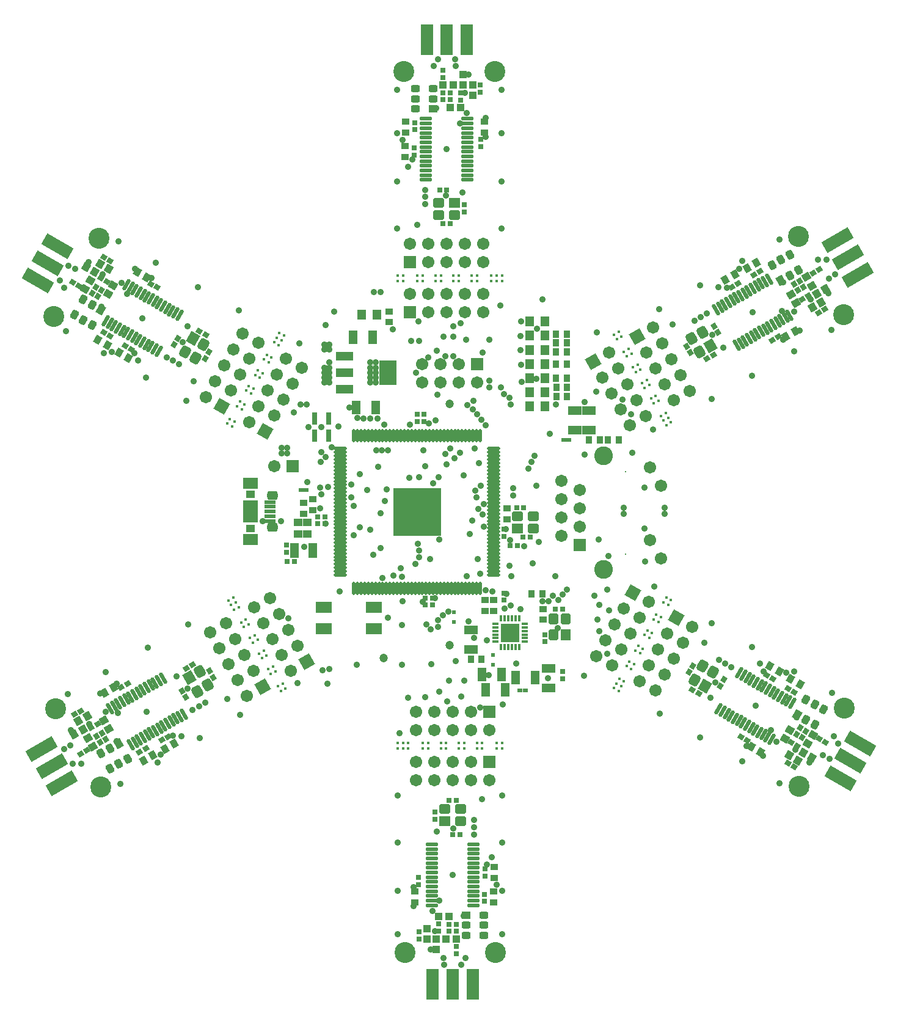
<source format=gts>
G04 Layer_Color=8388736*
%FSLAX25Y25*%
%MOIN*%
G70*
G01*
G75*
%ADD71C,0.01575*%
%ADD91R,0.03556X0.04343*%
%ADD92R,0.05131X0.05524*%
%ADD93R,0.26391X0.26391*%
%ADD94O,0.01981X0.07296*%
%ADD95O,0.07296X0.01981*%
%ADD96R,0.04343X0.03556*%
%ADD97R,0.02769X0.01981*%
%ADD98R,0.02178X0.02178*%
%ADD99R,0.04737X0.04343*%
%ADD100R,0.02965X0.06509*%
%ADD101R,0.07493X0.05131*%
%ADD102R,0.05131X0.07493*%
%ADD103R,0.03162X0.02769*%
%ADD104R,0.02769X0.03162*%
G04:AMPARAMS|DCode=105|XSize=67.06mil|YSize=165.48mil|CornerRadius=0mil|HoleSize=0mil|Usage=FLASHONLY|Rotation=120.000|XOffset=0mil|YOffset=0mil|HoleType=Round|Shape=Rectangle|*
%AMROTATEDRECTD105*
4,1,4,0.08842,0.01233,-0.05489,-0.07041,-0.08842,-0.01233,0.05489,0.07041,0.08842,0.01233,0.0*
%
%ADD105ROTATEDRECTD105*%

%ADD106O,0.06902X0.02178*%
%ADD107R,0.03950X0.04343*%
%ADD108R,0.04343X0.03950*%
%ADD109R,0.06706X0.16548*%
G04:AMPARAMS|DCode=110|XSize=27.69mil|YSize=31.62mil|CornerRadius=0mil|HoleSize=0mil|Usage=FLASHONLY|Rotation=300.000|XOffset=0mil|YOffset=0mil|HoleType=Round|Shape=Rectangle|*
%AMROTATEDRECTD110*
4,1,4,-0.02061,0.00408,0.00677,0.01989,0.02061,-0.00408,-0.00677,-0.01989,-0.02061,0.00408,0.0*
%
%ADD110ROTATEDRECTD110*%

G04:AMPARAMS|DCode=111|XSize=27.69mil|YSize=31.62mil|CornerRadius=0mil|HoleSize=0mil|Usage=FLASHONLY|Rotation=240.000|XOffset=0mil|YOffset=0mil|HoleType=Round|Shape=Rectangle|*
%AMROTATEDRECTD111*
4,1,4,-0.00677,0.01989,0.02061,0.00408,0.00677,-0.01989,-0.02061,-0.00408,-0.00677,0.01989,0.0*
%
%ADD111ROTATEDRECTD111*%

G04:AMPARAMS|DCode=112|XSize=27.69mil|YSize=31.62mil|CornerRadius=0mil|HoleSize=0mil|Usage=FLASHONLY|Rotation=30.000|XOffset=0mil|YOffset=0mil|HoleType=Round|Shape=Rectangle|*
%AMROTATEDRECTD112*
4,1,4,-0.00408,-0.02061,-0.01989,0.00677,0.00408,0.02061,0.01989,-0.00677,-0.00408,-0.02061,0.0*
%
%ADD112ROTATEDRECTD112*%

G04:AMPARAMS|DCode=113|XSize=27.69mil|YSize=31.62mil|CornerRadius=0mil|HoleSize=0mil|Usage=FLASHONLY|Rotation=330.000|XOffset=0mil|YOffset=0mil|HoleType=Round|Shape=Rectangle|*
%AMROTATEDRECTD113*
4,1,4,-0.01989,-0.00677,-0.00408,0.02061,0.01989,0.00677,0.00408,-0.02061,-0.01989,-0.00677,0.0*
%
%ADD113ROTATEDRECTD113*%

G04:AMPARAMS|DCode=114|XSize=67.06mil|YSize=165.48mil|CornerRadius=0mil|HoleSize=0mil|Usage=FLASHONLY|Rotation=240.000|XOffset=0mil|YOffset=0mil|HoleType=Round|Shape=Rectangle|*
%AMROTATEDRECTD114*
4,1,4,-0.05489,0.07041,0.08842,-0.01233,0.05489,-0.07041,-0.08842,0.01233,-0.05489,0.07041,0.0*
%
%ADD114ROTATEDRECTD114*%

G04:AMPARAMS|DCode=115|XSize=43.43mil|YSize=39.5mil|CornerRadius=0mil|HoleSize=0mil|Usage=FLASHONLY|Rotation=210.000|XOffset=0mil|YOffset=0mil|HoleType=Round|Shape=Rectangle|*
%AMROTATEDRECTD115*
4,1,4,0.00893,0.02796,0.02868,-0.00624,-0.00893,-0.02796,-0.02868,0.00624,0.00893,0.02796,0.0*
%
%ADD115ROTATEDRECTD115*%

G04:AMPARAMS|DCode=116|XSize=43.43mil|YSize=39.5mil|CornerRadius=0mil|HoleSize=0mil|Usage=FLASHONLY|Rotation=150.000|XOffset=0mil|YOffset=0mil|HoleType=Round|Shape=Rectangle|*
%AMROTATEDRECTD116*
4,1,4,0.02868,0.00624,0.00893,-0.02796,-0.02868,-0.00624,-0.00893,0.02796,0.02868,0.00624,0.0*
%
%ADD116ROTATEDRECTD116*%

G04:AMPARAMS|DCode=117|XSize=43.43mil|YSize=39.5mil|CornerRadius=0mil|HoleSize=0mil|Usage=FLASHONLY|Rotation=120.000|XOffset=0mil|YOffset=0mil|HoleType=Round|Shape=Rectangle|*
%AMROTATEDRECTD117*
4,1,4,0.02796,-0.00893,-0.00624,-0.02868,-0.02796,0.00893,0.00624,0.02868,0.02796,-0.00893,0.0*
%
%ADD117ROTATEDRECTD117*%

G04:AMPARAMS|DCode=118|XSize=43.43mil|YSize=39.5mil|CornerRadius=0mil|HoleSize=0mil|Usage=FLASHONLY|Rotation=60.000|XOffset=0mil|YOffset=0mil|HoleType=Round|Shape=Rectangle|*
%AMROTATEDRECTD118*
4,1,4,0.00624,-0.02868,-0.02796,-0.00893,-0.00624,0.02868,0.02796,0.00893,0.00624,-0.02868,0.0*
%
%ADD118ROTATEDRECTD118*%

G04:AMPARAMS|DCode=119|XSize=43.43mil|YSize=35.56mil|CornerRadius=0mil|HoleSize=0mil|Usage=FLASHONLY|Rotation=120.000|XOffset=0mil|YOffset=0mil|HoleType=Round|Shape=Rectangle|*
%AMROTATEDRECTD119*
4,1,4,0.02626,-0.00992,-0.00454,-0.02770,-0.02626,0.00992,0.00454,0.02770,0.02626,-0.00992,0.0*
%
%ADD119ROTATEDRECTD119*%

G04:AMPARAMS|DCode=120|XSize=43.43mil|YSize=35.56mil|CornerRadius=0mil|HoleSize=0mil|Usage=FLASHONLY|Rotation=60.000|XOffset=0mil|YOffset=0mil|HoleType=Round|Shape=Rectangle|*
%AMROTATEDRECTD120*
4,1,4,0.00454,-0.02770,-0.02626,-0.00992,-0.00454,0.02770,0.02626,0.00992,0.00454,-0.02770,0.0*
%
%ADD120ROTATEDRECTD120*%

G04:AMPARAMS|DCode=121|XSize=21.78mil|YSize=69.02mil|CornerRadius=0mil|HoleSize=0mil|Usage=FLASHONLY|Rotation=30.000|XOffset=0mil|YOffset=0mil|HoleType=Round|Shape=Round|*
%AMOVALD121*
21,1,0.04724,0.02178,0.00000,0.00000,120.0*
1,1,0.02178,0.01181,-0.02046*
1,1,0.02178,-0.01181,0.02046*
%
%ADD121OVALD121*%

G04:AMPARAMS|DCode=122|XSize=21.78mil|YSize=69.02mil|CornerRadius=0mil|HoleSize=0mil|Usage=FLASHONLY|Rotation=330.000|XOffset=0mil|YOffset=0mil|HoleType=Round|Shape=Round|*
%AMOVALD122*
21,1,0.04724,0.02178,0.00000,0.00000,60.0*
1,1,0.02178,-0.01181,-0.02046*
1,1,0.02178,0.01181,0.02046*
%
%ADD122OVALD122*%

%ADD123R,0.09461X0.13792*%
%ADD124R,0.09461X0.04737*%
%ADD125R,0.08674X0.06312*%
%ADD126R,0.01784X0.03556*%
%ADD127R,0.03556X0.01784*%
%ADD128R,0.10446X0.10446*%
G04:AMPARAMS|DCode=129|XSize=63.12mil|YSize=55.24mil|CornerRadius=15.81mil|HoleSize=0mil|Usage=FLASHONLY|Rotation=90.000|XOffset=0mil|YOffset=0mil|HoleType=Round|Shape=RoundedRectangle|*
%AMROUNDEDRECTD129*
21,1,0.06312,0.02362,0,0,90.0*
21,1,0.03150,0.05524,0,0,90.0*
1,1,0.03162,0.01181,0.01575*
1,1,0.03162,0.01181,-0.01575*
1,1,0.03162,-0.01181,-0.01575*
1,1,0.03162,-0.01181,0.01575*
%
%ADD129ROUNDEDRECTD129*%
%ADD130R,0.05524X0.06312*%
G04:AMPARAMS|DCode=131|XSize=49.34mil|YSize=39.5mil|CornerRadius=11.87mil|HoleSize=0mil|Usage=FLASHONLY|Rotation=60.000|XOffset=0mil|YOffset=0mil|HoleType=Round|Shape=RoundedRectangle|*
%AMROUNDEDRECTD131*
21,1,0.04934,0.01575,0,0,60.0*
21,1,0.02559,0.03950,0,0,60.0*
1,1,0.02375,0.01322,0.00714*
1,1,0.02375,0.00042,-0.01502*
1,1,0.02375,-0.01322,-0.00714*
1,1,0.02375,-0.00042,0.01502*
%
%ADD131ROUNDEDRECTD131*%
G04:AMPARAMS|DCode=132|XSize=49.34mil|YSize=39.5mil|CornerRadius=0mil|HoleSize=0mil|Usage=FLASHONLY|Rotation=60.000|XOffset=0mil|YOffset=0mil|HoleType=Round|Shape=Rectangle|*
%AMROTATEDRECTD132*
4,1,4,0.00477,-0.03124,-0.02944,-0.01149,-0.00477,0.03124,0.02944,0.01149,0.00477,-0.03124,0.0*
%
%ADD132ROTATEDRECTD132*%

G04:AMPARAMS|DCode=133|XSize=49.34mil|YSize=39.5mil|CornerRadius=11.87mil|HoleSize=0mil|Usage=FLASHONLY|Rotation=0.000|XOffset=0mil|YOffset=0mil|HoleType=Round|Shape=RoundedRectangle|*
%AMROUNDEDRECTD133*
21,1,0.04934,0.01575,0,0,0.0*
21,1,0.02559,0.03950,0,0,0.0*
1,1,0.02375,0.01280,-0.00787*
1,1,0.02375,-0.01280,-0.00787*
1,1,0.02375,-0.01280,0.00787*
1,1,0.02375,0.01280,0.00787*
%
%ADD133ROUNDEDRECTD133*%
%ADD134R,0.04934X0.03950*%
G04:AMPARAMS|DCode=135|XSize=49.34mil|YSize=39.5mil|CornerRadius=11.87mil|HoleSize=0mil|Usage=FLASHONLY|Rotation=300.000|XOffset=0mil|YOffset=0mil|HoleType=Round|Shape=RoundedRectangle|*
%AMROUNDEDRECTD135*
21,1,0.04934,0.01575,0,0,300.0*
21,1,0.02559,0.03950,0,0,300.0*
1,1,0.02375,-0.00042,-0.01502*
1,1,0.02375,-0.01322,0.00714*
1,1,0.02375,0.00042,0.01502*
1,1,0.02375,0.01322,-0.00714*
%
%ADD135ROUNDEDRECTD135*%
G04:AMPARAMS|DCode=136|XSize=49.34mil|YSize=39.5mil|CornerRadius=0mil|HoleSize=0mil|Usage=FLASHONLY|Rotation=300.000|XOffset=0mil|YOffset=0mil|HoleType=Round|Shape=Rectangle|*
%AMROTATEDRECTD136*
4,1,4,-0.02944,0.01149,0.00477,0.03124,0.02944,-0.01149,-0.00477,-0.03124,-0.02944,0.01149,0.0*
%
%ADD136ROTATEDRECTD136*%

G04:AMPARAMS|DCode=137|XSize=63.12mil|YSize=55.24mil|CornerRadius=15.81mil|HoleSize=0mil|Usage=FLASHONLY|Rotation=60.000|XOffset=0mil|YOffset=0mil|HoleType=Round|Shape=RoundedRectangle|*
%AMROUNDEDRECTD137*
21,1,0.06312,0.02362,0,0,60.0*
21,1,0.03150,0.05524,0,0,60.0*
1,1,0.03162,0.01810,0.00773*
1,1,0.03162,0.00236,-0.01954*
1,1,0.03162,-0.01810,-0.00773*
1,1,0.03162,-0.00236,0.01954*
%
%ADD137ROUNDEDRECTD137*%
G04:AMPARAMS|DCode=138|XSize=63.12mil|YSize=55.24mil|CornerRadius=0mil|HoleSize=0mil|Usage=FLASHONLY|Rotation=60.000|XOffset=0mil|YOffset=0mil|HoleType=Round|Shape=Rectangle|*
%AMROTATEDRECTD138*
4,1,4,0.00814,-0.04114,-0.03970,-0.01352,-0.00814,0.04114,0.03970,0.01352,0.00814,-0.04114,0.0*
%
%ADD138ROTATEDRECTD138*%

G04:AMPARAMS|DCode=139|XSize=63.12mil|YSize=55.24mil|CornerRadius=15.81mil|HoleSize=0mil|Usage=FLASHONLY|Rotation=0.000|XOffset=0mil|YOffset=0mil|HoleType=Round|Shape=RoundedRectangle|*
%AMROUNDEDRECTD139*
21,1,0.06312,0.02362,0,0,0.0*
21,1,0.03150,0.05524,0,0,0.0*
1,1,0.03162,0.01575,-0.01181*
1,1,0.03162,-0.01575,-0.01181*
1,1,0.03162,-0.01575,0.01181*
1,1,0.03162,0.01575,0.01181*
%
%ADD139ROUNDEDRECTD139*%
%ADD140R,0.06312X0.05524*%
G04:AMPARAMS|DCode=141|XSize=63.12mil|YSize=55.24mil|CornerRadius=15.81mil|HoleSize=0mil|Usage=FLASHONLY|Rotation=300.000|XOffset=0mil|YOffset=0mil|HoleType=Round|Shape=RoundedRectangle|*
%AMROUNDEDRECTD141*
21,1,0.06312,0.02362,0,0,300.0*
21,1,0.03150,0.05524,0,0,300.0*
1,1,0.03162,-0.00236,-0.01954*
1,1,0.03162,-0.01810,0.00773*
1,1,0.03162,0.00236,0.01954*
1,1,0.03162,0.01810,-0.00773*
%
%ADD141ROUNDEDRECTD141*%
G04:AMPARAMS|DCode=142|XSize=63.12mil|YSize=55.24mil|CornerRadius=0mil|HoleSize=0mil|Usage=FLASHONLY|Rotation=300.000|XOffset=0mil|YOffset=0mil|HoleType=Round|Shape=Rectangle|*
%AMROTATEDRECTD142*
4,1,4,-0.03970,0.01352,0.00814,0.04114,0.03970,-0.01352,-0.00814,-0.04114,-0.03970,0.01352,0.0*
%
%ADD142ROTATEDRECTD142*%

%ADD143R,0.08280X0.12217*%
%ADD144R,0.06115X0.02375*%
%ADD145R,0.04737X0.07887*%
%ADD146C,0.04737*%
%ADD147C,0.06706*%
%ADD148R,0.06706X0.06706*%
%ADD149P,0.09483X4X345.0*%
%ADD150P,0.09483X4X285.0*%
%ADD151R,0.08280X0.06213*%
G04:AMPARAMS|DCode=152|XSize=57.21mil|YSize=49.34mil|CornerRadius=14.34mil|HoleSize=0mil|Usage=FLASHONLY|Rotation=180.000|XOffset=0mil|YOffset=0mil|HoleType=Round|Shape=RoundedRectangle|*
%AMROUNDEDRECTD152*
21,1,0.05721,0.02067,0,0,180.0*
21,1,0.02854,0.04934,0,0,180.0*
1,1,0.02867,-0.01427,0.01034*
1,1,0.02867,0.01427,0.01034*
1,1,0.02867,0.01427,-0.01034*
1,1,0.02867,-0.01427,-0.01034*
%
%ADD152ROUNDEDRECTD152*%
%ADD153R,0.04737X0.04147*%
%ADD154R,0.06706X0.06706*%
%ADD155C,0.10249*%
%ADD156C,0.00800*%
%ADD157C,0.03556*%
%ADD158C,0.02769*%
%ADD159C,0.11430*%
D71*
X-14764Y-125984D02*
D03*
X-11811D02*
D03*
X-14764Y-128937D02*
D03*
X-11811D02*
D03*
X-22638Y-125984D02*
D03*
X-25591D02*
D03*
X-28543D02*
D03*
Y-128937D02*
D03*
X-25591D02*
D03*
X-22638D02*
D03*
X-4921Y-125984D02*
D03*
X-1969D02*
D03*
Y-128937D02*
D03*
X-4921D02*
D03*
X4921Y-125984D02*
D03*
X7874D02*
D03*
Y-128937D02*
D03*
X4921D02*
D03*
X14764D02*
D03*
X17717D02*
D03*
X14764Y-125984D02*
D03*
X17717D02*
D03*
X25591D02*
D03*
X28543D02*
D03*
X25591Y-128937D02*
D03*
X28543D02*
D03*
X-92222Y-97782D02*
D03*
X-93699Y-95225D02*
D03*
X-89665Y-96306D02*
D03*
X-91142Y-93749D02*
D03*
X-95079Y-86930D02*
D03*
X-96555Y-84373D02*
D03*
X-97636Y-88406D02*
D03*
X-99112Y-85849D02*
D03*
X-104034Y-77325D02*
D03*
X-102557Y-79882D02*
D03*
X-100000Y-78406D02*
D03*
X-101476Y-75849D02*
D03*
X-108955Y-68801D02*
D03*
X-107478Y-71358D02*
D03*
X-104921Y-69882D02*
D03*
X-106398Y-67325D02*
D03*
X-117813Y-53458D02*
D03*
X-119290Y-50901D02*
D03*
X-120766Y-48344D02*
D03*
X-118209Y-46867D02*
D03*
X-116732Y-49425D02*
D03*
X-115256Y-51982D02*
D03*
X-112400Y-62834D02*
D03*
X-113876Y-60277D02*
D03*
X-109843Y-61358D02*
D03*
X-111319Y-58801D02*
D03*
X120639Y-48179D02*
D03*
X119162Y-50736D02*
D03*
X118082Y-46703D02*
D03*
X116605Y-49260D02*
D03*
X112668Y-56079D02*
D03*
X111192Y-58636D02*
D03*
X115225Y-57556D02*
D03*
X113749Y-60113D02*
D03*
X108828Y-68637D02*
D03*
X110304Y-66079D02*
D03*
X107747Y-64603D02*
D03*
X106271Y-67160D02*
D03*
X103907Y-77160D02*
D03*
X105383Y-74603D02*
D03*
X102826Y-73127D02*
D03*
X101349Y-75684D02*
D03*
X95048Y-92503D02*
D03*
X93572Y-95061D02*
D03*
X92096Y-97618D02*
D03*
X89538Y-96141D02*
D03*
X91015Y-93584D02*
D03*
X92491Y-91027D02*
D03*
X100462Y-83127D02*
D03*
X98985Y-85684D02*
D03*
X97904Y-81651D02*
D03*
X96428Y-84208D02*
D03*
X111280Y59214D02*
D03*
X109803Y61772D02*
D03*
X113837Y60691D02*
D03*
X112361Y63248D02*
D03*
X115217Y52395D02*
D03*
X116693Y49838D02*
D03*
X118169Y47281D02*
D03*
X120727Y48757D02*
D03*
X119250Y51315D02*
D03*
X117774Y53872D02*
D03*
X106359Y67738D02*
D03*
X104882Y70295D02*
D03*
X107439Y71772D02*
D03*
X108916Y69215D02*
D03*
X101437Y76262D02*
D03*
X99961Y78819D02*
D03*
X102518Y80296D02*
D03*
X103994Y77738D02*
D03*
X99073Y86262D02*
D03*
X97597Y88819D02*
D03*
X96516Y84786D02*
D03*
X95040Y87343D02*
D03*
X91103Y94162D02*
D03*
X89626Y96719D02*
D03*
X93660Y95639D02*
D03*
X92183Y98196D02*
D03*
X14764Y125984D02*
D03*
X11811D02*
D03*
X14764Y128937D02*
D03*
X11811D02*
D03*
X22638Y125984D02*
D03*
X25591D02*
D03*
X28543D02*
D03*
Y128937D02*
D03*
X25591D02*
D03*
X22638D02*
D03*
X4921Y125984D02*
D03*
X1969D02*
D03*
Y128937D02*
D03*
X4921D02*
D03*
X-4921Y125984D02*
D03*
X-7874D02*
D03*
Y128937D02*
D03*
X-4921D02*
D03*
X-14764D02*
D03*
X-17717D02*
D03*
X-14764Y125984D02*
D03*
X-17717D02*
D03*
X-25591D02*
D03*
X-28543D02*
D03*
X-25591Y128937D02*
D03*
X-28543D02*
D03*
X-97279Y84216D02*
D03*
X-98756Y81659D02*
D03*
X-99837Y85692D02*
D03*
X-101313Y83135D02*
D03*
X-93342Y91035D02*
D03*
X-91866Y93592D02*
D03*
X-90390Y96149D02*
D03*
X-92947Y97626D02*
D03*
X-94423Y95069D02*
D03*
X-95900Y92511D02*
D03*
X-102201Y75692D02*
D03*
X-103677Y73135D02*
D03*
X-106234Y74611D02*
D03*
X-104758Y77169D02*
D03*
X-107122Y67168D02*
D03*
X-108598Y64611D02*
D03*
X-111155Y66088D02*
D03*
X-109679Y68645D02*
D03*
X-114600Y60121D02*
D03*
X-116077Y57564D02*
D03*
X-112043Y58644D02*
D03*
X-113520Y56087D02*
D03*
X-117457Y49268D02*
D03*
X-118933Y46711D02*
D03*
X-120014Y50744D02*
D03*
X-121490Y48187D02*
D03*
D91*
X57874Y96969D02*
D03*
X63779D02*
D03*
X57913Y92165D02*
D03*
X63819D02*
D03*
X57953Y87362D02*
D03*
X63858D02*
D03*
X57992Y80669D02*
D03*
X63898D02*
D03*
X44685Y-44882D02*
D03*
X50591D02*
D03*
X11417Y-80315D02*
D03*
X17323D02*
D03*
X75827Y39331D02*
D03*
X81732D02*
D03*
X92244Y39331D02*
D03*
X86339D02*
D03*
X63898Y72874D02*
D03*
X57992D02*
D03*
X63976Y67953D02*
D03*
X58071D02*
D03*
X63976Y62913D02*
D03*
X58071D02*
D03*
D92*
X51850Y103858D02*
D03*
X43583D02*
D03*
X51811Y96142D02*
D03*
X43543D02*
D03*
X51772Y88346D02*
D03*
X43504D02*
D03*
X51732Y80591D02*
D03*
X43465D02*
D03*
X-48091Y107736D02*
D03*
X-39823D02*
D03*
X43504Y72835D02*
D03*
X51772D02*
D03*
X43544Y65235D02*
D03*
X51811D02*
D03*
X43543Y57677D02*
D03*
X51811D02*
D03*
D93*
X-17913Y0D02*
D03*
D94*
X-52362Y41732D02*
D03*
X-50394D02*
D03*
X-48425D02*
D03*
X-46457D02*
D03*
X-44488D02*
D03*
X-42520D02*
D03*
X-40551D02*
D03*
X-38583D02*
D03*
X-36614D02*
D03*
X-34646D02*
D03*
X-32677D02*
D03*
X-30709D02*
D03*
X-28740D02*
D03*
X-26772D02*
D03*
X-24803D02*
D03*
X-22835D02*
D03*
X-20866D02*
D03*
X-18898D02*
D03*
X-16929D02*
D03*
X-14961D02*
D03*
X-12992D02*
D03*
X-11024D02*
D03*
X-9055D02*
D03*
X-7087D02*
D03*
X-5118D02*
D03*
X-3150D02*
D03*
X-1181D02*
D03*
X787D02*
D03*
X2756D02*
D03*
X4724D02*
D03*
X6693D02*
D03*
X8661D02*
D03*
X10630D02*
D03*
X12598D02*
D03*
X14567D02*
D03*
X16535D02*
D03*
Y-41732D02*
D03*
X14567D02*
D03*
X12598D02*
D03*
X10630D02*
D03*
X8661D02*
D03*
X6693D02*
D03*
X4724D02*
D03*
X2756D02*
D03*
X787D02*
D03*
X-1181D02*
D03*
X-3150D02*
D03*
X-5118D02*
D03*
X-7087D02*
D03*
X-9055D02*
D03*
X-11024D02*
D03*
X-12992D02*
D03*
X-14961D02*
D03*
X-16929D02*
D03*
X-18898D02*
D03*
X-20866D02*
D03*
X-22835D02*
D03*
X-24803D02*
D03*
X-26772D02*
D03*
X-28740D02*
D03*
X-30709D02*
D03*
X-32677D02*
D03*
X-34646D02*
D03*
X-36614D02*
D03*
X-38583D02*
D03*
X-40551D02*
D03*
X-42520D02*
D03*
X-44488D02*
D03*
X-46457D02*
D03*
X-48425D02*
D03*
X-50394D02*
D03*
X-52362D02*
D03*
D95*
X23819Y34449D02*
D03*
Y32480D02*
D03*
Y30512D02*
D03*
Y28543D02*
D03*
Y26575D02*
D03*
Y24606D02*
D03*
Y22638D02*
D03*
Y20669D02*
D03*
Y18701D02*
D03*
Y16732D02*
D03*
Y14764D02*
D03*
Y12795D02*
D03*
Y10827D02*
D03*
Y8858D02*
D03*
Y6890D02*
D03*
Y4921D02*
D03*
Y2953D02*
D03*
Y984D02*
D03*
Y-984D02*
D03*
Y-2953D02*
D03*
Y-4921D02*
D03*
Y-6890D02*
D03*
Y-8858D02*
D03*
Y-10827D02*
D03*
Y-12795D02*
D03*
Y-14764D02*
D03*
Y-16732D02*
D03*
Y-18701D02*
D03*
Y-20669D02*
D03*
Y-22638D02*
D03*
Y-24606D02*
D03*
Y-26575D02*
D03*
Y-28543D02*
D03*
Y-30512D02*
D03*
Y-32480D02*
D03*
Y-34449D02*
D03*
X-59646D02*
D03*
Y-32480D02*
D03*
Y-30512D02*
D03*
Y-28543D02*
D03*
Y-26575D02*
D03*
Y-24606D02*
D03*
Y-22638D02*
D03*
Y-20669D02*
D03*
Y-18701D02*
D03*
Y-16732D02*
D03*
Y-14764D02*
D03*
Y-12795D02*
D03*
Y-10827D02*
D03*
Y-8858D02*
D03*
Y-6890D02*
D03*
Y-4921D02*
D03*
Y-2953D02*
D03*
Y-984D02*
D03*
Y984D02*
D03*
Y2953D02*
D03*
Y4921D02*
D03*
Y6890D02*
D03*
Y8858D02*
D03*
Y10827D02*
D03*
Y12795D02*
D03*
Y14764D02*
D03*
Y16732D02*
D03*
Y18701D02*
D03*
Y20669D02*
D03*
Y22638D02*
D03*
Y24606D02*
D03*
Y26575D02*
D03*
Y28543D02*
D03*
Y30512D02*
D03*
Y32480D02*
D03*
Y34449D02*
D03*
D96*
X19094Y-54134D02*
D03*
Y-48228D02*
D03*
X50788Y-52953D02*
D03*
Y-58858D02*
D03*
X24016Y-54134D02*
D03*
Y-48228D02*
D03*
X-79724Y4921D02*
D03*
Y-984D02*
D03*
X-74803Y6890D02*
D03*
Y984D02*
D03*
X-33149Y109350D02*
D03*
Y103445D02*
D03*
X31299Y-4134D02*
D03*
Y1772D02*
D03*
X18779Y206850D02*
D03*
Y212756D02*
D03*
X-24094Y212953D02*
D03*
Y207047D02*
D03*
X-24488Y193661D02*
D03*
Y199567D02*
D03*
X24331Y-199764D02*
D03*
X24331Y-193858D02*
D03*
X23937Y-207244D02*
D03*
Y-213150D02*
D03*
X-18937Y-212953D02*
D03*
Y-207047D02*
D03*
D97*
X62165Y39410D02*
D03*
X64921D02*
D03*
X41142Y-97441D02*
D03*
X38386D02*
D03*
X-78346Y11811D02*
D03*
X-81102D02*
D03*
D98*
X23622Y-78039D02*
D03*
Y-83353D02*
D03*
X2165Y-60150D02*
D03*
Y-54835D02*
D03*
D99*
X-82677Y-12008D02*
D03*
Y-5709D02*
D03*
X-77756Y-12008D02*
D03*
Y-5709D02*
D03*
D100*
X-65945Y41634D02*
D03*
Y50886D02*
D03*
X-73858Y50886D02*
D03*
Y41634D02*
D03*
D101*
X11535Y-75000D02*
D03*
Y-64370D02*
D03*
X53740Y-85433D02*
D03*
Y-96063D02*
D03*
X68071Y44528D02*
D03*
Y55158D02*
D03*
X76063Y44606D02*
D03*
Y55236D02*
D03*
D102*
X28150Y-88779D02*
D03*
X17520D02*
D03*
X35827Y-90354D02*
D03*
X46457D02*
D03*
X30118Y-97244D02*
D03*
X19488D02*
D03*
X-51161Y57086D02*
D03*
X-40532D02*
D03*
X-52815Y95315D02*
D03*
X-42185D02*
D03*
D103*
X61417Y-53130D02*
D03*
X57480D02*
D03*
X-84882Y-27205D02*
D03*
X-88819D02*
D03*
X40354Y2165D02*
D03*
X36417D02*
D03*
X39961Y-13583D02*
D03*
X43898D02*
D03*
X-9449Y-50590D02*
D03*
X-13386D02*
D03*
X-68110Y-2756D02*
D03*
X-72047D02*
D03*
X-68110Y-6299D02*
D03*
X-72047D02*
D03*
X-9449Y-47047D02*
D03*
X-13386D02*
D03*
X36811Y-18504D02*
D03*
X32874D02*
D03*
X315Y228504D02*
D03*
X-3622D02*
D03*
X-3622Y224961D02*
D03*
X315D02*
D03*
X-3622Y157244D02*
D03*
X315D02*
D03*
X-1654Y175748D02*
D03*
X-5590D02*
D03*
X5433Y-175945D02*
D03*
X1496D02*
D03*
X-472Y-157441D02*
D03*
X3465D02*
D03*
X-472Y-225157D02*
D03*
X3465D02*
D03*
X3464Y-228701D02*
D03*
X-472D02*
D03*
D104*
X51772Y-66929D02*
D03*
Y-70866D02*
D03*
X61614Y-91142D02*
D03*
Y-87205D02*
D03*
X29724Y-44291D02*
D03*
Y-48228D02*
D03*
X-89213Y-22165D02*
D03*
Y-18228D02*
D03*
X-17913Y49213D02*
D03*
Y53150D02*
D03*
X29528Y-9449D02*
D03*
Y-13386D02*
D03*
X-13976Y49213D02*
D03*
Y53150D02*
D03*
X-3740Y240787D02*
D03*
Y236851D02*
D03*
X16535Y232756D02*
D03*
Y228819D02*
D03*
X5827Y224567D02*
D03*
X5827Y228504D02*
D03*
X7795Y163543D02*
D03*
Y167480D02*
D03*
X16811Y199370D02*
D03*
Y203307D02*
D03*
X-18976Y208425D02*
D03*
Y212362D02*
D03*
X-19370Y194646D02*
D03*
Y198583D02*
D03*
X19213Y-198779D02*
D03*
Y-194842D02*
D03*
X18819Y-212559D02*
D03*
Y-208622D02*
D03*
X-16969Y-203504D02*
D03*
Y-199567D02*
D03*
X-7953Y-167677D02*
D03*
Y-163740D02*
D03*
X-5984Y-228701D02*
D03*
X-5984Y-224764D02*
D03*
X-16693Y-229016D02*
D03*
Y-232953D02*
D03*
X3583Y-237047D02*
D03*
Y-240984D02*
D03*
D105*
X-222602Y-129308D02*
D03*
X-217149Y-138753D02*
D03*
X-211696Y-148197D02*
D03*
X222603Y129383D02*
D03*
X217150Y138827D02*
D03*
X211697Y148272D02*
D03*
D106*
X9665Y181161D02*
D03*
Y183721D02*
D03*
Y186279D02*
D03*
Y188839D02*
D03*
Y191398D02*
D03*
Y193957D02*
D03*
Y196516D02*
D03*
Y199075D02*
D03*
Y201634D02*
D03*
Y204193D02*
D03*
Y206752D02*
D03*
Y209311D02*
D03*
Y211870D02*
D03*
Y214429D02*
D03*
X-12972Y181161D02*
D03*
Y183721D02*
D03*
Y186279D02*
D03*
Y188839D02*
D03*
Y191398D02*
D03*
Y193957D02*
D03*
Y196516D02*
D03*
Y199075D02*
D03*
Y201634D02*
D03*
Y204193D02*
D03*
Y206752D02*
D03*
Y209311D02*
D03*
Y211870D02*
D03*
Y214429D02*
D03*
X12815Y-214626D02*
D03*
Y-212067D02*
D03*
Y-209508D02*
D03*
Y-206949D02*
D03*
Y-204390D02*
D03*
Y-201831D02*
D03*
Y-199272D02*
D03*
Y-196713D02*
D03*
Y-194153D02*
D03*
Y-191595D02*
D03*
Y-189035D02*
D03*
Y-186476D02*
D03*
Y-183917D02*
D03*
Y-181358D02*
D03*
X-9823Y-214626D02*
D03*
Y-212067D02*
D03*
Y-209508D02*
D03*
Y-206949D02*
D03*
Y-204390D02*
D03*
Y-201831D02*
D03*
Y-199272D02*
D03*
Y-196713D02*
D03*
Y-194153D02*
D03*
Y-191595D02*
D03*
Y-189035D02*
D03*
Y-186476D02*
D03*
Y-183917D02*
D03*
Y-181358D02*
D03*
D107*
X1890Y232835D02*
D03*
X-3622D02*
D03*
X5827Y220630D02*
D03*
X315D02*
D03*
X-5984Y-220827D02*
D03*
X-472D02*
D03*
X-2047Y-233032D02*
D03*
X3465D02*
D03*
D108*
X12402Y227283D02*
D03*
X12402Y232795D02*
D03*
X7244Y232953D02*
D03*
Y238465D02*
D03*
X-7402Y-233150D02*
D03*
Y-238661D02*
D03*
X-12559Y-227480D02*
D03*
Y-232992D02*
D03*
D109*
X-12559Y257638D02*
D03*
X-1654D02*
D03*
X9252D02*
D03*
X-9409Y-257835D02*
D03*
X1496D02*
D03*
X12402D02*
D03*
D110*
X157148Y124643D02*
D03*
X153739Y122674D02*
D03*
X169279Y131191D02*
D03*
X165869Y129223D02*
D03*
X179330Y95671D02*
D03*
X175921Y93702D02*
D03*
X143796Y85565D02*
D03*
X140386Y83597D02*
D03*
X195659Y117782D02*
D03*
X192250Y115814D02*
D03*
X201286Y108666D02*
D03*
X204696Y110634D02*
D03*
X198104Y130241D02*
D03*
X201514Y132209D02*
D03*
X-157147Y-124568D02*
D03*
X-153737Y-122600D02*
D03*
X-169277Y-131117D02*
D03*
X-165868Y-129149D02*
D03*
X-179329Y-95597D02*
D03*
X-175919Y-93628D02*
D03*
X-143794Y-85491D02*
D03*
X-140385Y-83523D02*
D03*
X-195658Y-117708D02*
D03*
X-192248Y-115739D02*
D03*
X-201285Y-108592D02*
D03*
X-204695Y-110560D02*
D03*
X-198103Y-130166D02*
D03*
X-201513Y-132135D02*
D03*
D111*
X176320Y-91027D02*
D03*
X172911Y-89058D02*
D03*
X-177187Y90712D02*
D03*
X-173777Y88743D02*
D03*
X188057Y-98257D02*
D03*
X184647Y-96289D02*
D03*
X-188923Y97942D02*
D03*
X-185513Y95974D02*
D03*
X162321Y-124723D02*
D03*
X158912Y-122754D02*
D03*
X-163187Y124408D02*
D03*
X-159778Y122439D02*
D03*
X135802Y-99001D02*
D03*
X132393Y-97033D02*
D03*
X-136668Y98686D02*
D03*
X-133259Y96718D02*
D03*
X189635Y-127808D02*
D03*
X186225Y-125840D02*
D03*
X-190501Y127494D02*
D03*
X-187091Y125525D02*
D03*
X184553Y-137240D02*
D03*
X187963Y-139208D02*
D03*
X-185419Y136925D02*
D03*
X-188829Y138893D02*
D03*
X201646Y-123696D02*
D03*
X205056Y-125665D02*
D03*
X-202513Y123381D02*
D03*
X-205922Y125350D02*
D03*
D112*
X144263Y101292D02*
D03*
X146231Y97882D02*
D03*
X131191Y86926D02*
D03*
X129222Y90335D02*
D03*
X189835Y120784D02*
D03*
X187866Y124193D02*
D03*
X190935Y125965D02*
D03*
X192903Y122555D02*
D03*
X-144262Y-101218D02*
D03*
X-146230Y-97808D02*
D03*
X-131189Y-86851D02*
D03*
X-129221Y-90261D02*
D03*
X-189833Y-120710D02*
D03*
X-187865Y-124119D02*
D03*
X-190934Y-125891D02*
D03*
X-192902Y-122481D02*
D03*
D113*
X149655Y-91543D02*
D03*
X147687Y-94952D02*
D03*
X-150521Y91228D02*
D03*
X-148553Y94638D02*
D03*
X130677Y-87405D02*
D03*
X132646Y-83996D02*
D03*
X-131544Y87090D02*
D03*
X-133512Y83681D02*
D03*
X189322Y-121263D02*
D03*
X191290Y-117854D02*
D03*
X-190188Y120948D02*
D03*
X-192156Y117539D02*
D03*
X194359Y-119626D02*
D03*
X192390Y-123035D02*
D03*
X-195225Y119311D02*
D03*
X-193256Y122720D02*
D03*
D114*
X213153Y-145342D02*
D03*
X218605Y-135897D02*
D03*
X224058Y-126453D02*
D03*
X-214019Y145027D02*
D03*
X-219471Y135582D02*
D03*
X-224924Y126138D02*
D03*
D115*
X188840Y113845D02*
D03*
X186084Y118618D02*
D03*
X197441Y123357D02*
D03*
X194685Y128130D02*
D03*
X-188839Y-113771D02*
D03*
X-186083Y-118544D02*
D03*
X-197440Y-123283D02*
D03*
X-194684Y-128056D02*
D03*
D116*
X182815Y-123872D02*
D03*
X185571Y-119098D02*
D03*
X-183682Y123556D02*
D03*
X-186437Y118783D02*
D03*
X195353Y-126564D02*
D03*
X198109Y-121791D02*
D03*
X-196220Y126249D02*
D03*
X-198976Y121476D02*
D03*
D117*
X200221Y118779D02*
D03*
X204994Y121535D02*
D03*
X197890Y111478D02*
D03*
X202663Y114234D02*
D03*
X-200220Y-118705D02*
D03*
X-204993Y-121461D02*
D03*
X-197889Y-111404D02*
D03*
X-202662Y-114160D02*
D03*
D118*
X192779Y-131260D02*
D03*
X197552Y-134016D02*
D03*
X-193645Y130945D02*
D03*
X-198418Y133701D02*
D03*
X185290Y-132892D02*
D03*
X190064Y-135648D02*
D03*
X-186156Y132577D02*
D03*
X-190930Y135333D02*
D03*
D119*
X155442Y129567D02*
D03*
X150327Y126614D02*
D03*
X162117Y132966D02*
D03*
X167231Y135919D02*
D03*
X188497Y98691D02*
D03*
X183383Y95738D02*
D03*
X-155440Y-129493D02*
D03*
X-150326Y-126540D02*
D03*
X-162116Y-132892D02*
D03*
X-167230Y-135845D02*
D03*
X-188496Y-98617D02*
D03*
X-183382Y-95664D02*
D03*
D120*
X179732Y-87086D02*
D03*
X174618Y-84134D02*
D03*
X-180598Y86771D02*
D03*
X-175484Y83819D02*
D03*
X186013Y-91168D02*
D03*
X191128Y-94120D02*
D03*
X-186879Y90853D02*
D03*
X-191994Y93805D02*
D03*
X169520Y-131152D02*
D03*
X164406Y-128199D02*
D03*
X-170386Y130837D02*
D03*
X-165272Y127884D02*
D03*
D121*
X174071Y127025D02*
D03*
X171854Y125746D02*
D03*
X169638Y124466D02*
D03*
X167422Y123187D02*
D03*
X165206Y121907D02*
D03*
X162990Y120627D02*
D03*
X160773Y119348D02*
D03*
X158557Y118069D02*
D03*
X156341Y116789D02*
D03*
X154125Y115509D02*
D03*
X151909Y114230D02*
D03*
X149692Y112950D02*
D03*
X147476Y111671D02*
D03*
X145260Y110391D02*
D03*
X185389Y107420D02*
D03*
X183173Y106141D02*
D03*
X180957Y104861D02*
D03*
X178741Y103582D02*
D03*
X176525Y102302D02*
D03*
X174309Y101023D02*
D03*
X172092Y99743D02*
D03*
X169876Y98463D02*
D03*
X167660Y97184D02*
D03*
X165444Y95904D02*
D03*
X163227Y94625D02*
D03*
X161011Y93345D02*
D03*
X158795Y92066D02*
D03*
X156579Y90786D02*
D03*
X-174069Y-126951D02*
D03*
X-171853Y-125672D02*
D03*
X-169637Y-124392D02*
D03*
X-167421Y-123112D02*
D03*
X-165205Y-121833D02*
D03*
X-162988Y-120553D02*
D03*
X-160772Y-119274D02*
D03*
X-158556Y-117994D02*
D03*
X-156340Y-116715D02*
D03*
X-154124Y-115435D02*
D03*
X-151907Y-114156D02*
D03*
X-149691Y-112876D02*
D03*
X-147475Y-111597D02*
D03*
X-145259Y-110317D02*
D03*
X-185388Y-107346D02*
D03*
X-183172Y-106067D02*
D03*
X-180956Y-104787D02*
D03*
X-178740Y-103508D02*
D03*
X-176523Y-102228D02*
D03*
X-174307Y-100949D02*
D03*
X-172091Y-99669D02*
D03*
X-169875Y-98390D02*
D03*
X-167659Y-97110D02*
D03*
X-165443Y-95830D02*
D03*
X-163226Y-94551D02*
D03*
X-161010Y-93271D02*
D03*
X-158794Y-91992D02*
D03*
X-156578Y-90712D02*
D03*
D122*
X186845Y-104491D02*
D03*
X184629Y-103211D02*
D03*
X182413Y-101932D02*
D03*
X180196Y-100652D02*
D03*
X177980Y-99373D02*
D03*
X175764Y-98093D02*
D03*
X173548Y-96813D02*
D03*
X171332Y-95534D02*
D03*
X169115Y-94254D02*
D03*
X166899Y-92975D02*
D03*
X164683Y-91695D02*
D03*
X162467Y-90416D02*
D03*
X160250Y-89136D02*
D03*
X158034Y-87857D02*
D03*
X175526Y-124095D02*
D03*
X173310Y-122816D02*
D03*
X171094Y-121536D02*
D03*
X168877Y-120257D02*
D03*
X166661Y-118977D02*
D03*
X164445Y-117698D02*
D03*
X162229Y-116418D02*
D03*
X160013Y-115139D02*
D03*
X157796Y-113859D02*
D03*
X155580Y-112580D02*
D03*
X153364Y-111300D02*
D03*
X151148Y-110021D02*
D03*
X148932Y-108741D02*
D03*
X146715Y-107462D02*
D03*
X-187711Y104176D02*
D03*
X-185495Y102896D02*
D03*
X-183279Y101617D02*
D03*
X-181062Y100337D02*
D03*
X-178846Y99058D02*
D03*
X-176630Y97778D02*
D03*
X-174414Y96499D02*
D03*
X-172198Y95219D02*
D03*
X-169981Y93939D02*
D03*
X-167765Y92660D02*
D03*
X-165549Y91380D02*
D03*
X-163333Y90101D02*
D03*
X-161117Y88821D02*
D03*
X-158900Y87542D02*
D03*
X-176392Y123781D02*
D03*
X-174176Y122501D02*
D03*
X-171960Y121221D02*
D03*
X-169744Y119942D02*
D03*
X-167527Y118662D02*
D03*
X-165311Y117383D02*
D03*
X-163095Y116103D02*
D03*
X-160879Y114824D02*
D03*
X-158662Y113544D02*
D03*
X-156446Y112265D02*
D03*
X-154230Y110985D02*
D03*
X-152014Y109706D02*
D03*
X-149798Y108426D02*
D03*
X-147582Y107147D02*
D03*
D123*
X-33720Y75984D02*
D03*
D124*
X-57342Y66929D02*
D03*
Y75984D02*
D03*
Y85039D02*
D03*
D125*
X-41280Y-63839D02*
D03*
X-68839D02*
D03*
X-41280Y-52028D02*
D03*
X-68839D02*
D03*
D126*
X27953Y-73819D02*
D03*
X29921D02*
D03*
X31890D02*
D03*
X33858D02*
D03*
X35827D02*
D03*
X37795D02*
D03*
Y-58071D02*
D03*
X35827D02*
D03*
X33858D02*
D03*
X31890D02*
D03*
X29921D02*
D03*
X27953D02*
D03*
D127*
X40748Y-70866D02*
D03*
Y-68898D02*
D03*
Y-66929D02*
D03*
Y-64961D02*
D03*
Y-62992D02*
D03*
Y-61024D02*
D03*
X25000D02*
D03*
Y-62992D02*
D03*
Y-64961D02*
D03*
Y-66929D02*
D03*
Y-68898D02*
D03*
Y-70866D02*
D03*
D128*
X32874Y-65945D02*
D03*
D129*
X63189Y-58464D02*
D03*
X56496D02*
D03*
Y-67126D02*
D03*
D130*
X63189D02*
D03*
D131*
X194387Y-102253D02*
D03*
X199161Y-105009D02*
D03*
X203934Y-107765D02*
D03*
X199111Y-116119D02*
D03*
X194338Y-113363D02*
D03*
X-195254Y101938D02*
D03*
X-200027Y104694D02*
D03*
X-204800Y107450D02*
D03*
X-199978Y115804D02*
D03*
X-195204Y113048D02*
D03*
D132*
X189565Y-110607D02*
D03*
X-190431Y110292D02*
D03*
D133*
X18524Y-220039D02*
D03*
Y-225551D02*
D03*
Y-231063D02*
D03*
X8878D02*
D03*
Y-225551D02*
D03*
X-9035Y225354D02*
D03*
Y230866D02*
D03*
X-18681D02*
D03*
Y225354D02*
D03*
Y219843D02*
D03*
D134*
X8878Y-220039D02*
D03*
X-9035Y219843D02*
D03*
D135*
X-175903Y-134602D02*
D03*
X-180677Y-137357D02*
D03*
X-185450Y-140113D02*
D03*
X-190273Y-131760D02*
D03*
X-185499Y-129004D02*
D03*
X175904Y134676D02*
D03*
X180678Y137432D02*
D03*
X185451Y140188D02*
D03*
X190274Y131834D02*
D03*
X185501Y129078D02*
D03*
D136*
X-180726Y-126248D02*
D03*
X180727Y126322D02*
D03*
D137*
X133417Y-91715D02*
D03*
X137748Y-84214D02*
D03*
X143544Y-87560D02*
D03*
X-134284Y91400D02*
D03*
X-138614Y83899D02*
D03*
X-144411Y87245D02*
D03*
D138*
X139214Y-95061D02*
D03*
X-140080Y94746D02*
D03*
D139*
X-2835Y-161969D02*
D03*
X5827D02*
D03*
Y-168661D02*
D03*
X-5984Y168465D02*
D03*
Y161772D02*
D03*
X2677D02*
D03*
X45669Y-9055D02*
D03*
Y-2362D02*
D03*
X37008D02*
D03*
D140*
X-2835Y-168661D02*
D03*
X2677Y168465D02*
D03*
X37008Y-9055D02*
D03*
D141*
X-136292Y-87069D02*
D03*
X-131961Y-94570D02*
D03*
X-137757Y-97917D02*
D03*
X136293Y87143D02*
D03*
X131962Y94644D02*
D03*
X137758Y97991D02*
D03*
D142*
X-142088Y-90416D02*
D03*
X142089Y90490D02*
D03*
D143*
X-108661Y197D02*
D03*
D144*
X-98130D02*
D03*
Y2756D02*
D03*
Y5315D02*
D03*
Y-2362D02*
D03*
Y-4921D02*
D03*
D145*
X-84724Y-20945D02*
D03*
X-74882D02*
D03*
D146*
X0Y59055D02*
D03*
Y-72835D02*
D03*
X-36181Y-79803D02*
D03*
D147*
X-15236Y70709D02*
D03*
Y80709D02*
D03*
X-5236Y70709D02*
D03*
Y80709D02*
D03*
X4764Y70709D02*
D03*
Y80709D02*
D03*
X14764Y70709D02*
D03*
X-95630Y24961D02*
D03*
X18268Y146378D02*
D03*
Y136378D02*
D03*
X8268Y146378D02*
D03*
Y136378D02*
D03*
X-1732Y146378D02*
D03*
Y136378D02*
D03*
X-11732Y146378D02*
D03*
X-11732Y136378D02*
D03*
X-21732Y146378D02*
D03*
X18268Y118819D02*
D03*
Y108819D02*
D03*
X8268Y118819D02*
D03*
Y108819D02*
D03*
X-1732Y118819D02*
D03*
Y108819D02*
D03*
X-11732Y118819D02*
D03*
X-11732Y108819D02*
D03*
X-21732Y118819D02*
D03*
X86890Y86806D02*
D03*
X83230Y73146D02*
D03*
X91890Y78146D02*
D03*
X88230Y64486D02*
D03*
X96890Y69486D02*
D03*
X93230Y55826D02*
D03*
X101890Y60826D02*
D03*
X98229Y47165D02*
D03*
X106890Y52165D02*
D03*
X108424Y-49099D02*
D03*
X94764Y-52759D02*
D03*
X103424Y-57759D02*
D03*
X89764Y-61420D02*
D03*
X98424Y-66420D02*
D03*
X84764Y-70080D02*
D03*
X93424Y-75080D02*
D03*
X79764Y-78740D02*
D03*
X88424Y-83740D02*
D03*
X21575Y-119016D02*
D03*
X11575Y-109016D02*
D03*
Y-119016D02*
D03*
X1575Y-109016D02*
D03*
Y-119016D02*
D03*
X-8425Y-109016D02*
D03*
Y-119016D02*
D03*
X-18425Y-109016D02*
D03*
Y-119016D02*
D03*
X-109290Y48784D02*
D03*
X-95630Y52444D02*
D03*
X-104290Y57444D02*
D03*
X-90630Y61105D02*
D03*
X-99290Y66105D02*
D03*
X-85630Y69765D02*
D03*
X-94290Y74765D02*
D03*
X-80630Y78425D02*
D03*
X-89290Y83425D02*
D03*
X110757Y100586D02*
D03*
X107096Y86926D02*
D03*
X115757Y91926D02*
D03*
X112096Y78265D02*
D03*
X120757Y83265D02*
D03*
X117096Y69605D02*
D03*
X125757Y74605D02*
D03*
X122096Y60945D02*
D03*
X130757Y65945D02*
D03*
X132291Y-62879D02*
D03*
X118631Y-66539D02*
D03*
X127291Y-71539D02*
D03*
X113631Y-75199D02*
D03*
X122291Y-80199D02*
D03*
X108631Y-83859D02*
D03*
X117291Y-88859D02*
D03*
X103631Y-92520D02*
D03*
X112291Y-97520D02*
D03*
X21575Y-146575D02*
D03*
X11575Y-136575D02*
D03*
Y-146575D02*
D03*
X1575Y-136575D02*
D03*
Y-146575D02*
D03*
X-8425Y-136575D02*
D03*
X-8425Y-146575D02*
D03*
X-18425Y-136575D02*
D03*
Y-146575D02*
D03*
X-133157Y62564D02*
D03*
X-119497Y66224D02*
D03*
X-128157Y71224D02*
D03*
X-114497Y74884D02*
D03*
X-123157Y79884D02*
D03*
X-109497Y83544D02*
D03*
X-118157Y88544D02*
D03*
X-104497Y92205D02*
D03*
X-113157Y97205D02*
D03*
X-110755Y-100512D02*
D03*
X-107095Y-86852D02*
D03*
X-115755Y-91852D02*
D03*
X-112095Y-78191D02*
D03*
X-120755Y-83191D02*
D03*
X-117095Y-69531D02*
D03*
X-125755Y-74531D02*
D03*
X-122095Y-60871D02*
D03*
X-130755Y-65871D02*
D03*
X-86889Y-86732D02*
D03*
X-83228Y-73072D02*
D03*
X-91889Y-78072D02*
D03*
X-88228Y-64412D02*
D03*
X-96889Y-69412D02*
D03*
X-93228Y-55752D02*
D03*
X-101889Y-60751D02*
D03*
X-98228Y-47091D02*
D03*
X-106889Y-52091D02*
D03*
X71063Y12008D02*
D03*
Y-7992D02*
D03*
Y2008D02*
D03*
X61063Y-12992D02*
D03*
Y-2992D02*
D03*
Y7008D02*
D03*
Y17008D02*
D03*
X115354Y14409D02*
D03*
X109370Y-15394D02*
D03*
X115354Y-25394D02*
D03*
X109370Y24409D02*
D03*
D148*
X14764Y80709D02*
D03*
X-85630Y24961D02*
D03*
X-21732Y136378D02*
D03*
Y108819D02*
D03*
X21575Y-109016D02*
D03*
Y-136575D02*
D03*
D149*
X78229Y81806D02*
D03*
X102096Y95586D02*
D03*
X-102095Y-95512D02*
D03*
X-78228Y-81732D02*
D03*
D150*
X99764Y-44099D02*
D03*
X-100630Y43784D02*
D03*
X123631Y-57879D02*
D03*
X-124497Y57564D02*
D03*
D151*
X-108661Y15453D02*
D03*
Y-15059D02*
D03*
D152*
X-96850Y8957D02*
D03*
Y-8563D02*
D03*
D153*
X-108661Y9547D02*
D03*
Y-9154D02*
D03*
D154*
X71063Y-17992D02*
D03*
D155*
X84055Y-31496D02*
D03*
Y30512D02*
D03*
D156*
X96063Y-22992D02*
D03*
Y22008D02*
D03*
D157*
X-33799Y-57598D02*
D03*
X54705Y42500D02*
D03*
X47185Y14232D02*
D03*
X13602Y34646D02*
D03*
X12323Y-4724D02*
D03*
X15827Y26535D02*
D03*
X-16654Y18858D02*
D03*
X-6201D02*
D03*
X-45236Y12067D02*
D03*
X-35276Y6004D02*
D03*
X-34567Y12165D02*
D03*
X-8957Y15669D02*
D03*
X-22165Y18602D02*
D03*
X-43445Y-9764D02*
D03*
X-60256Y-43445D02*
D03*
X85807Y-42500D02*
D03*
X63957Y-42264D02*
D03*
X-88169Y-58209D02*
D03*
X-5709Y-98071D02*
D03*
X-1476Y-103563D02*
D03*
X6319Y-100728D02*
D03*
X-79370Y-19134D02*
D03*
X-33720Y33622D02*
D03*
X-36949D02*
D03*
X-40177D02*
D03*
X8839Y93878D02*
D03*
X94075Y61398D02*
D03*
X99055Y53091D02*
D03*
X99429Y32342D02*
D03*
X117244Y-1142D02*
D03*
X94902Y-1181D02*
D03*
X117205Y2224D02*
D03*
X94764Y2185D02*
D03*
X-81496Y58425D02*
D03*
X-102224Y-5000D02*
D03*
X-77126Y46299D02*
D03*
X-13583Y24980D02*
D03*
X-14429Y33504D02*
D03*
X-53839Y7933D02*
D03*
X10295Y-59587D02*
D03*
X3366Y-81319D02*
D03*
X-26260Y-61732D02*
D03*
X-27323Y-120630D02*
D03*
X-83248Y-93465D02*
D03*
X81437Y-64921D02*
D03*
X111594Y-40591D02*
D03*
X73642Y31319D02*
D03*
X81299Y-15059D02*
D03*
X86594Y-23937D02*
D03*
X106378Y-8917D02*
D03*
Y13406D02*
D03*
X39075Y70866D02*
D03*
X50591Y115847D02*
D03*
X80374Y97776D02*
D03*
X47461Y100079D02*
D03*
X17953Y87008D02*
D03*
X-48996Y20571D02*
D03*
X106614Y-26988D02*
D03*
X15354Y-25709D02*
D03*
X-10630D02*
D03*
X-78228Y58425D02*
D03*
X-85061Y54364D02*
D03*
X-60610Y46555D02*
D03*
X-82224Y92028D02*
D03*
X73622Y60039D02*
D03*
X79862Y65551D02*
D03*
X-6813Y63796D02*
D03*
X12933Y60571D02*
D03*
X27520Y112736D02*
D03*
X-7835Y49961D02*
D03*
X111004Y44921D02*
D03*
X57638Y-35079D02*
D03*
X29816Y-52740D02*
D03*
X20394Y-69961D02*
D03*
X30709Y-63779D02*
D03*
X13271Y-68797D02*
D03*
X48524Y-16260D02*
D03*
X33051Y-15531D02*
D03*
X-22736Y-101339D02*
D03*
X-26260Y-83484D02*
D03*
X-13327Y-101142D02*
D03*
X73169Y-89567D02*
D03*
X35236Y-63779D02*
D03*
Y-68504D02*
D03*
X30709D02*
D03*
X30758Y-44882D02*
D03*
X-36654Y-36142D02*
D03*
X-92185Y-4921D02*
D03*
X21358Y-89016D02*
D03*
X53681Y-90886D02*
D03*
X-14846Y-49245D02*
D03*
X58839Y-63327D02*
D03*
X59346Y-48016D02*
D03*
X54016Y-48661D02*
D03*
X56102Y-45591D02*
D03*
X61457Y-45039D02*
D03*
X50433Y-48661D02*
D03*
X166865Y-105888D02*
D03*
X144972Y-93021D02*
D03*
X142845Y-60879D02*
D03*
X114400Y-110147D02*
D03*
X165007Y-73675D02*
D03*
X136562Y-122943D02*
D03*
X159576Y-136230D02*
D03*
X188021Y-86962D02*
D03*
X180034Y-148041D02*
D03*
X208478Y-98773D02*
D03*
X203614Y-132788D02*
D03*
X209520Y-122559D02*
D03*
X207122Y-134586D02*
D03*
X211749Y-126574D02*
D03*
X142077Y-101578D02*
D03*
X139038Y-71410D02*
D03*
X171174Y-87009D02*
D03*
X188539Y-129766D02*
D03*
X1614Y-198031D02*
D03*
X1811Y-172638D02*
D03*
X28583Y-154724D02*
D03*
X-28307D02*
D03*
X28583Y-180315D02*
D03*
X-28307D02*
D03*
Y-206890D02*
D03*
X28583D02*
D03*
X-28307Y-230512D02*
D03*
X28583D02*
D03*
X-3307Y-243307D02*
D03*
X8504D02*
D03*
X-3110Y-247244D02*
D03*
X6142D02*
D03*
X-7047Y-174409D02*
D03*
X17559Y-156693D02*
D03*
X20118Y-192323D02*
D03*
X-8228Y-228740D02*
D03*
X-165290Y-108954D02*
D03*
X-143201Y-96428D02*
D03*
X-114301Y-110656D02*
D03*
X-142746Y-61388D02*
D03*
X-136463Y-123451D02*
D03*
X-164908Y-74183D02*
D03*
X-187923Y-87471D02*
D03*
X-159478Y-136739D02*
D03*
X-208380Y-99282D02*
D03*
X-179935Y-148550D02*
D03*
X-206961Y-127330D02*
D03*
X-201056Y-137559D02*
D03*
X-210272Y-129469D02*
D03*
X-205646Y-137481D02*
D03*
X-149164Y-89642D02*
D03*
X-121518Y-102094D02*
D03*
X-151095Y-122125D02*
D03*
X-196806Y-115785D02*
D03*
X-189405Y129452D02*
D03*
X-172040Y86694D02*
D03*
X-139904Y71095D02*
D03*
X-142944Y101263D02*
D03*
X-212615Y126259D02*
D03*
X-207989Y134271D02*
D03*
X-210386Y122244D02*
D03*
X-204481Y132473D02*
D03*
X-209345Y98458D02*
D03*
X-180900Y147726D02*
D03*
X-188887Y86647D02*
D03*
X-160442Y135915D02*
D03*
X-137428Y122628D02*
D03*
X-165873Y73360D02*
D03*
X-115266Y109832D02*
D03*
X-143711Y60564D02*
D03*
X-145838Y92706D02*
D03*
X-167731Y105573D02*
D03*
X196806Y115864D02*
D03*
X151095Y122204D02*
D03*
X121518Y102172D02*
D03*
X149164Y89721D02*
D03*
X205646Y137560D02*
D03*
X210272Y129548D02*
D03*
X201055Y137637D02*
D03*
X206961Y127409D02*
D03*
X179935Y148629D02*
D03*
X208380Y99361D02*
D03*
X159478Y136818D02*
D03*
X187923Y87550D02*
D03*
X164908Y74262D02*
D03*
X136463Y123530D02*
D03*
X142746Y61467D02*
D03*
X114301Y110735D02*
D03*
X143201Y96507D02*
D03*
X165290Y109033D02*
D03*
X-1772Y197835D02*
D03*
X-1969Y172441D02*
D03*
X-28740Y154528D02*
D03*
X28150D02*
D03*
X-28740Y180118D02*
D03*
X28150D02*
D03*
Y206693D02*
D03*
X-28740D02*
D03*
X28150Y230315D02*
D03*
X-28740D02*
D03*
X3150Y243110D02*
D03*
X-8661D02*
D03*
X2953Y247047D02*
D03*
X-6299D02*
D03*
X6890Y174213D02*
D03*
X-17717Y156496D02*
D03*
X-20276Y192126D02*
D03*
X8071Y228543D02*
D03*
X32559Y-29252D02*
D03*
X45118Y-28110D02*
D03*
X33616Y-35146D02*
D03*
X16614Y-33740D02*
D03*
X-16732Y-24606D02*
D03*
X-18622Y-28307D02*
D03*
X29055Y-104960D02*
D03*
X17087Y50118D02*
D03*
X19410Y47362D02*
D03*
X21669Y71657D02*
D03*
Y67888D02*
D03*
X-6378Y-62756D02*
D03*
X-12874Y-61535D02*
D03*
X-6378Y-59173D02*
D03*
X-10276Y-64016D02*
D03*
X7795Y-91929D02*
D03*
X-10000Y-83031D02*
D03*
X9685Y58386D02*
D03*
X14921Y53110D02*
D03*
X-77716Y16378D02*
D03*
X-53819Y14764D02*
D03*
X-70866Y13110D02*
D03*
X-70079Y9567D02*
D03*
X-66417Y13504D02*
D03*
X-70866Y1969D02*
D03*
X-17323Y-17441D02*
D03*
X-16850Y-21024D02*
D03*
X-315Y-91929D02*
D03*
X86772Y-53858D02*
D03*
X80590Y-58740D02*
D03*
X81417Y-50748D02*
D03*
X78976Y-45630D02*
D03*
X-67795Y29803D02*
D03*
X16457Y-106659D02*
D03*
X-1811Y25827D02*
D03*
X-65669Y-85669D02*
D03*
X-21181Y93386D02*
D03*
X-2283Y85000D02*
D03*
X-7087Y87756D02*
D03*
X1811Y85000D02*
D03*
X-11654Y84370D02*
D03*
X1811Y95630D02*
D03*
X1850Y101221D02*
D03*
X-66693Y-93661D02*
D03*
X-69449Y-86496D02*
D03*
X5945Y102795D02*
D03*
X-3701Y-56496D02*
D03*
X-709Y-54370D02*
D03*
X2677Y29331D02*
D03*
X-3543Y95748D02*
D03*
X-162827Y127473D02*
D03*
X-176246Y118915D02*
D03*
X-179216Y125070D02*
D03*
X-190033Y111767D02*
D03*
X-154458Y84409D02*
D03*
X-151049Y82440D02*
D03*
X-147639Y80472D02*
D03*
X-170093Y82525D02*
D03*
X-171931Y132729D02*
D03*
X-197166Y136343D02*
D03*
X-184302Y87364D02*
D03*
X-181803Y-93752D02*
D03*
X-181102Y-109652D02*
D03*
X-187917Y-109147D02*
D03*
X-181805Y-125166D02*
D03*
X-140324Y-108037D02*
D03*
X-136915Y-106068D02*
D03*
X-133505Y-104100D02*
D03*
X-146511Y-122519D02*
D03*
X-190907Y-99008D02*
D03*
X-206654Y-119056D02*
D03*
X-157806Y-132404D02*
D03*
X-19803Y-204724D02*
D03*
X-5682Y-212067D02*
D03*
X-9528Y-217717D02*
D03*
X7402Y-220433D02*
D03*
X13307Y-175945D02*
D03*
Y-172008D02*
D03*
Y-168071D02*
D03*
X22756Y-188543D02*
D03*
X-19803Y-215236D02*
D03*
X-10315Y-238898D02*
D03*
X25669Y-203268D02*
D03*
X161961Y-127788D02*
D03*
X175380Y-119230D02*
D03*
X178350Y-125385D02*
D03*
X189167Y-112082D02*
D03*
X169227Y-82840D02*
D03*
X171064Y-133044D02*
D03*
X196300Y-136657D02*
D03*
X183436Y-87679D02*
D03*
X181805Y93826D02*
D03*
X181103Y109727D02*
D03*
X187918Y109221D02*
D03*
X181806Y125241D02*
D03*
X133506Y104174D02*
D03*
X146512Y122593D02*
D03*
X190908Y99082D02*
D03*
X206655Y119130D02*
D03*
X157807Y132478D02*
D03*
X36076Y-82724D02*
D03*
X-18307Y75787D02*
D03*
X40551Y-18701D02*
D03*
X10158Y238701D02*
D03*
X19646Y215039D02*
D03*
X-25827Y203071D02*
D03*
X-13465Y171811D02*
D03*
X-22913Y188346D02*
D03*
X-13465Y175748D02*
D03*
X9370Y217520D02*
D03*
X19646Y204527D02*
D03*
X5525Y211870D02*
D03*
X-7559Y220236D02*
D03*
X-13465Y167874D02*
D03*
X33307Y-51221D02*
D03*
X19488Y-42598D02*
D03*
X-64567Y35157D02*
D03*
X-70590Y27126D02*
D03*
X9134Y-34921D02*
D03*
X23071Y-43464D02*
D03*
X30433Y-9567D02*
D03*
X38661Y-53031D02*
D03*
X12677Y56024D02*
D03*
X-2453Y31740D02*
D03*
X21669Y93878D02*
D03*
X-67716Y-6299D02*
D03*
X-52284Y3150D02*
D03*
X-37716Y-787D02*
D03*
X-5692Y-14961D02*
D03*
X-8133Y-47146D02*
D03*
X-26102Y-35315D02*
D03*
X-25787Y-48740D02*
D03*
X7677Y19842D02*
D03*
X-39252Y24685D02*
D03*
X5433Y32362D02*
D03*
X79Y34488D02*
D03*
X-70157Y32480D02*
D03*
X38819Y80276D02*
D03*
X38583Y88346D02*
D03*
X38661Y96063D02*
D03*
X38740Y103858D02*
D03*
X42756Y23425D02*
D03*
X15551Y1575D02*
D03*
X18536Y-8162D02*
D03*
X17913Y-1378D02*
D03*
X34420Y12795D02*
D03*
X34449Y9055D02*
D03*
X18504Y4331D02*
D03*
X14685Y8071D02*
D03*
X13780Y11654D02*
D03*
X44528Y27244D02*
D03*
X17008Y14095D02*
D03*
X46291Y30491D02*
D03*
X47323Y72520D02*
D03*
X27992Y67756D02*
D03*
X29724Y64370D02*
D03*
X32559Y62126D02*
D03*
X33189Y58465D02*
D03*
X57835D02*
D03*
X150183Y-82755D02*
D03*
X146773Y-80787D02*
D03*
X153592Y-84724D02*
D03*
X136916Y106142D02*
D03*
X140325Y108111D02*
D03*
X-21654Y47677D02*
D03*
X-11535Y48386D02*
D03*
X10912Y-12189D02*
D03*
X85807Y-77382D02*
D03*
X-63110Y109153D02*
D03*
X-67736Y102067D02*
D03*
X-31142Y99724D02*
D03*
X-40551Y75984D02*
D03*
Y78740D02*
D03*
Y81496D02*
D03*
Y73228D02*
D03*
Y70472D02*
D03*
X-43307D02*
D03*
Y73228D02*
D03*
Y75984D02*
D03*
Y78740D02*
D03*
Y81496D02*
D03*
X-65748D02*
D03*
Y78740D02*
D03*
Y75984D02*
D03*
Y73228D02*
D03*
Y70472D02*
D03*
X-68504D02*
D03*
Y73228D02*
D03*
Y75984D02*
D03*
Y78740D02*
D03*
X-65748Y88583D02*
D03*
Y91339D02*
D03*
X-68504D02*
D03*
Y88583D02*
D03*
X-41339Y119882D02*
D03*
X-37795D02*
D03*
X-88779Y32087D02*
D03*
Y35039D02*
D03*
X-91732D02*
D03*
Y32087D02*
D03*
X-47037Y50984D02*
D03*
X-50590Y51220D02*
D03*
X-39449Y50984D02*
D03*
X-43386Y50866D02*
D03*
X-35725Y47677D02*
D03*
X-30709Y-34843D02*
D03*
X-26713Y-30827D02*
D03*
X-52402Y-12874D02*
D03*
X-49035Y-8268D02*
D03*
X-37933Y-19665D02*
D03*
X-41693Y-23524D02*
D03*
X-70079Y46201D02*
D03*
X-17012Y104081D02*
D03*
X-16765Y93374D02*
D03*
X-54724Y57086D02*
D03*
X-50610Y-83524D02*
D03*
D158*
X-20079Y6496D02*
D03*
X-15748D02*
D03*
X-24409D02*
D03*
X-28740D02*
D03*
X-15748Y10827D02*
D03*
X-7087Y-10827D02*
D03*
X-11417D02*
D03*
X-15748D02*
D03*
X-20079D02*
D03*
X-24409D02*
D03*
X-28740D02*
D03*
X-7087Y-6496D02*
D03*
X-11417D02*
D03*
X-15748D02*
D03*
X-20079D02*
D03*
X-24409D02*
D03*
X-28740D02*
D03*
X-7087Y-2165D02*
D03*
X-11417D02*
D03*
X-15748D02*
D03*
X-20079D02*
D03*
X-24409D02*
D03*
X-28740D02*
D03*
X-7087Y2165D02*
D03*
X-11417D02*
D03*
X-15748D02*
D03*
X-20079D02*
D03*
X-24409D02*
D03*
X-28740D02*
D03*
X-7087Y6496D02*
D03*
X-11417D02*
D03*
X-7087Y10827D02*
D03*
X-11417D02*
D03*
X-20079D02*
D03*
X-24409D02*
D03*
X-28740D02*
D03*
D159*
X215132Y-106933D02*
D03*
X190427Y-149723D02*
D03*
X24843Y-240354D02*
D03*
X-24567D02*
D03*
X-190329Y-150232D02*
D03*
X-215034Y-107442D02*
D03*
X-191294Y149408D02*
D03*
X-215998Y106618D02*
D03*
X215034Y107521D02*
D03*
X190329Y150311D02*
D03*
X-25000Y240158D02*
D03*
X24409D02*
D03*
M02*

</source>
